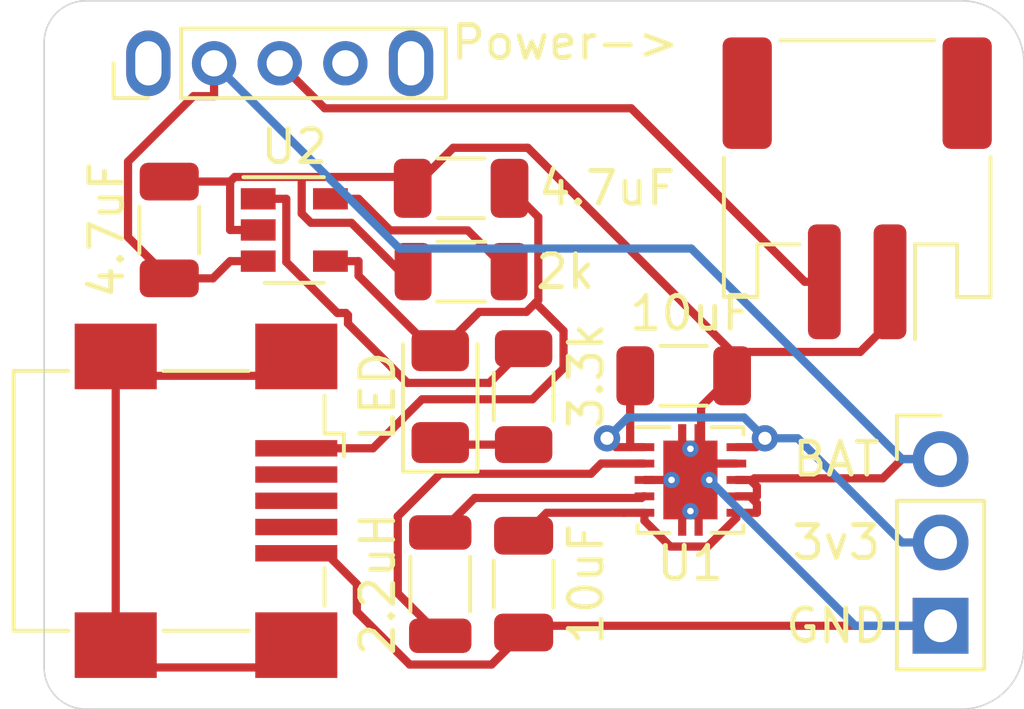
<source format=kicad_pcb>
(kicad_pcb (version 20211014) (generator pcbnew)
  (layers (0 "F.Cu" signal) (31 "B.Cu" signal) (34 "B.Paste" user) (35 "F.Paste" user) (36 "B.SilkS" user "B.Silkscreen") (37 "F.SilkS" user "F.Silkscreen") (38 "B.Mask" user) (39 "F.Mask" user) (44 "Edge.Cuts" user))
  (net 0 "")
  (net 1 "BATT")
  (net 2 "GND")
  (net 3 "+3V3")
  (net 4 "Net-(C3-Pad1)")
  (net 5 "Net-(D1-Pad1)")
  (net 6 "Net-(J1-Pad2)")
  (net 7 "Net-(J2-Pad6)")
  (net 8 "Net-(J2-Pad2)")
  (net 9 "Net-(J2-Pad3)")
  (net 10 "Net-(J2-Pad4)")
  (net 11 "Net-(L1-Pad1)")
  (net 12 "Net-(L1-Pad2)")
  (net 13 "Net-(R1-Pad1)")
  (net 14 "Net-(R2-Pad2)")
  (footprint "Capacitor_SMD:C_1206_3216Metric" (layer "F.Cu") (at 159.385 92.075 -90)
    (fp_text reference "C1" hide)
    (fp_text value "10uF" (at 0 -1.905 -90) (layer "F.SilkS"))
    (fp_line (start -0.711252 0.91) (end 0.711252 0.91) (layer "F.SilkS") (width 0.12))
    (fp_line (start -0.711252 -0.91) (end 0.711252 -0.91) (layer "F.SilkS") (width 0.12))
    (pad "1" smd roundrect locked (at -1.475 0 270) (size 1.15 1.8) (layers "F.Cu" "F.Paste" "F.Mask") (roundrect_rratio 0.2173904348) (net 1 "BATT"))
    (pad "2" smd roundrect locked (at 1.475 0 270) (size 1.15 1.8) (layers "F.Cu" "F.Paste" "F.Mask") (roundrect_rratio 0.2173904348) (net 2 "GND"))
  )
  (footprint "Capacitor_SMD:C_1206_3216Metric" (layer "F.Cu") (at 164.26 85.725)
    (fp_text reference "C2" hide)
    (fp_text value "10uF" (at 0.205 -1.905) (layer "F.SilkS"))
    (fp_line (start -0.711252 -0.91) (end 0.711252 -0.91) (layer "F.SilkS") (width 0.12))
    (fp_line (start -0.711252 0.91) (end 0.711252 0.91) (layer "F.SilkS") (width 0.12))
    (pad "1" smd roundrect locked (at -1.475 0) (size 1.15 1.8) (layers "F.Cu" "F.Paste" "F.Mask") (roundrect_rratio 0.2173904348) (net 3 "+3V3"))
    (pad "2" smd roundrect locked (at 1.475 0) (size 1.15 1.8) (layers "F.Cu" "F.Paste" "F.Mask") (roundrect_rratio 0.2173904348) (net 2 "GND"))
  )
  (footprint "Capacitor_SMD:C_1206_3216Metric" (layer "F.Cu") (at 148.59 81.28 90)
    (fp_text reference "C4" hide)
    (fp_text value "4.7uF" (at 0 -1.905 90) (layer "F.SilkS"))
    (fp_line (start -0.711252 0.91) (end 0.711252 0.91) (layer "F.SilkS") (width 0.12))
    (fp_line (start -0.711252 -0.91) (end 0.711252 -0.91) (layer "F.SilkS") (width 0.12))
    (pad "1" smd roundrect locked (at -1.475 0 90) (size 1.15 1.8) (layers "F.Cu" "F.Paste" "F.Mask") (roundrect_rratio 0.2173904348) (net 1 "BATT"))
    (pad "2" smd roundrect locked (at 1.475 0 90) (size 1.15 1.8) (layers "F.Cu" "F.Paste" "F.Mask") (roundrect_rratio 0.2173904348) (net 2 "GND"))
  )
  (footprint "LED_SMD:LED_1206_3216Metric" (layer "F.Cu") (at 156.845 86.36 90)
    (fp_text reference "D1" hide)
    (fp_text value "LED" (at 0 -1.905 90) (layer "F.SilkS"))
    (fp_line (start -2.285 1.135) (end 1.6 1.135) (layer "F.SilkS") (width 0.12))
    (fp_line (start -2.285 -1.135) (end -2.285 1.135) (layer "F.SilkS") (width 0.12))
    (fp_line (start 1.6 -1.135) (end -2.285 -1.135) (layer "F.SilkS") (width 0.12))
    (pad "1" smd roundrect locked (at -1.4 0 90) (size 1.25 1.75) (layers "F.Cu" "F.Paste" "F.Mask") (roundrect_rratio 0.2) (net 5 "Net-(D1-Pad1)"))
    (pad "2" smd roundrect locked (at 1.4 0 90) (size 1.25 1.75) (layers "F.Cu" "F.Paste" "F.Mask") (roundrect_rratio 0.2) (net 4 "Net-(C3-Pad1)"))
  )
  (footprint "Connector_USB:USB_Mini-B_Wuerth_65100516121_Horizontal" (layer "F.Cu") (at 149.86 89.535 -90)
    (fp_text reference "J2" hide)
    (fp_text value "USB_B_Mini" hide)
    (fp_line (start -3.2 -3.46) (end -2.05 -3.46) (layer "F.SilkS") (width 0.12))
    (fp_line (start -2.05 -4.05) (end -1.35 -4.05) (layer "F.SilkS") (width 0.12))
    (fp_line (start -3.96 6.01) (end 3.96 6.01) (layer "F.SilkS") (width 0.12))
    (fp_line (start -3.96 1.45) (end -3.96 -1.15) (layer "F.SilkS") (width 0.12))
    (fp_line (start -3.96 4.35) (end -3.96 6.01) (layer "F.SilkS") (width 0.12))
    (fp_line (start 3.96 6.01) (end 3.96 4.35) (layer "F.SilkS") (width 0.12))
    (fp_line (start 2.05 -3.46) (end 3.2 -3.46) (layer "F.SilkS") (width 0.12))
    (fp_line (start 3.96 -1.15) (end 3.96 1.45) (layer "F.SilkS") (width 0.12))
    (fp_line (start -2.05 -3.46) (end -2.05 -4.05) (layer "F.SilkS") (width 0.12))
    (pad "" np_thru_hole circle locked (at 2.2 0 270) (size 0.9 0.9) (drill 0.9) (layers *.Cu *.Mask))
    (pad "" np_thru_hole circle locked (at -2.2 0 270) (size 0.9 0.9) (drill 0.9) (layers *.Cu *.Mask))
    (pad "1" smd rect locked (at -1.6 -2.6 270) (size 0.5 2.5) (layers "F.Cu" "F.Paste" "F.Mask") (net 4 "Net-(C3-Pad1)"))
    (pad "2" smd rect locked (at -0.8 -2.6 270) (size 0.5 2.5) (layers "F.Cu" "F.Paste" "F.Mask") (net 8 "Net-(J2-Pad2)"))
    (pad "3" smd rect locked (at 0 -2.6 270) (size 0.5 2.5) (layers "F.Cu" "F.Paste" "F.Mask") (net 9 "Net-(J2-Pad3)"))
    (pad "4" smd rect locked (at 0.8 -2.6 270) (size 0.5 2.5) (layers "F.Cu" "F.Paste" "F.Mask") (net 10 "Net-(J2-Pad4)"))
    (pad "5" smd rect locked (at 1.6 -2.6 270) (size 0.5 2.5) (layers "F.Cu" "F.Paste" "F.Mask") (net 2 "GND"))
    (pad "6" smd rect locked (at -4.4 2.9 270) (size 2 2.5) (layers "F.Cu" "F.Paste" "F.Mask") (net 7 "Net-(J2-Pad6)"))
    (pad "6" smd rect locked (at -4.4 -2.6 270) (size 2 2.5) (layers "F.Cu" "F.Paste" "F.Mask") (net 7 "Net-(J2-Pad6)"))
    (pad "6" smd rect locked (at 4.4 -2.6 270) (size 2 2.5) (layers "F.Cu" "F.Paste" "F.Mask") (net 7 "Net-(J2-Pad6)"))
    (pad "6" smd rect locked (at 4.4 2.9 270) (size 2 2.5) (layers "F.Cu" "F.Paste" "F.Mask") (net 7 "Net-(J2-Pad6)"))
  )
  (footprint "Inductor_SMD:L_1206_3216Metric" (layer "F.Cu") (at 156.845 92.075 -90)
    (fp_text reference "L1" hide)
    (fp_text value "2.2uH" (at 0 1.905 90) (layer "F.SilkS"))
    (fp_line (start -0.835242 0.91) (end 0.835242 0.91) (layer "F.SilkS") (width 0.12))
    (fp_line (start -0.835242 -0.91) (end 0.835242 -0.91) (layer "F.SilkS") (width 0.12))
    (pad "1" smd roundrect locked (at -1.575 0 270) (size 1.05 1.9) (layers "F.Cu" "F.Paste" "F.Mask") (roundrect_rratio 0.2380942857) (net 11 "Net-(L1-Pad1)"))
    (pad "2" smd roundrect locked (at 1.575 0 270) (size 1.05 1.9) (layers "F.Cu" "F.Paste" "F.Mask") (roundrect_rratio 0.2380942857) (net 12 "Net-(L1-Pad2)"))
  )
  (footprint "Resistor_SMD:R_1206_3216Metric" (layer "F.Cu") (at 159.385 86.36 -90)
    (fp_text reference "R1" hide)
    (fp_text value "3.3k" (at -0.635 -1.905 90) (layer "F.SilkS"))
    (fp_line (start -0.727064 -0.91) (end 0.727064 -0.91) (layer "F.SilkS") (width 0.12))
    (fp_line (start -0.727064 0.91) (end 0.727064 0.91) (layer "F.SilkS") (width 0.12))
    (pad "1" smd roundrect locked (at -1.4625 0 270) (size 1.125 1.75) (layers "F.Cu" "F.Paste" "F.Mask") (roundrect_rratio 0.2222213333) (net 13 "Net-(R1-Pad1)"))
    (pad "2" smd roundrect locked (at 1.4625 0 270) (size 1.125 1.75) (layers "F.Cu" "F.Paste" "F.Mask") (roundrect_rratio 0.2222213333) (net 5 "Net-(D1-Pad1)"))
  )
  (footprint "Package_SON:Texas_DRC0010J_ThermalVias" (layer "F.Cu") (at 164.465 88.9)
    (fp_text reference "U1" (at 0 2.54) (layer "F.SilkS"))
    (fp_text value "TPS63001" hide)
    (fp_line (start -1.61 1.61) (end -0.635 1.61) (layer "F.SilkS") (width 0.12))
    (fp_line (start 1.61 -1.61) (end 1.61 -1.38) (layer "F.SilkS") (width 0.12))
    (fp_line (start 0.635 -1.61) (end 1.61 -1.61) (layer "F.SilkS") (width 0.12))
    (fp_line (start 0.635 1.61) (end 1.61 1.61) (layer "F.SilkS") (width 0.12))
    (fp_line (start 1.61 1.38) (end 1.61 1.61) (layer "F.SilkS") (width 0.12))
    (fp_line (start -1.61 1.38) (end -1.61 1.61) (layer "F.SilkS") (width 0.12))
    (fp_line (start -1.64 -1.61) (end -0.635 -1.61) (layer "F.SilkS") (width 0.12))
    (pad "1" smd rect locked (at -1.4 -1) (size 0.6 0.24) (layers "F.Cu" "F.Paste" "F.Mask") (net 3 "+3V3"))
    (pad "2" smd rect locked (at -1.4 -0.5) (size 0.6 0.24) (layers "F.Cu" "F.Paste" "F.Mask") (net 12 "Net-(L1-Pad2)"))
    (pad "3" smd rect locked (at -1.4 0) (size 0.6 0.24) (layers "F.Cu" "F.Paste" "F.Mask") (net 2 "GND"))
    (pad "4" smd rect locked (at -1.4 0.5) (size 0.6 0.24) (layers "F.Cu" "F.Paste" "F.Mask") (net 11 "Net-(L1-Pad1)"))
    (pad "5" smd rect locked (at -1.4 1) (size 0.6 0.24) (layers "F.Cu" "F.Paste" "F.Mask") (net 1 "BATT"))
    (pad "6" smd rect locked (at 1.4 1) (size 0.6 0.24) (layers "F.Cu" "F.Paste" "F.Mask") (net 1 "BATT"))
    (pad "7" smd rect locked (at 1.4 0.5) (size 0.6 0.24) (layers "F.Cu" "F.Paste" "F.Mask") (net 1 "BATT"))
    (pad "8" smd rect locked (at 1.4 0) (size 0.6 0.24) (layers "F.Cu" "F.Paste" "F.Mask") (net 1 "BATT"))
    (pad "9" smd rect locked (at 1.4 -0.5) (size 0.6 0.24) (layers "F.Cu" "F.Paste" "F.Mask") (net 2 "GND"))
    (pad "10" smd rect locked (at 1.4 -1) (size 0.6 0.24) (layers "F.Cu" "F.Paste" "F.Mask") (net 3 "+3V3"))
    (pad "11" thru_hole circle locked (at 0 -0.95) (size 0.5 0.5) (drill 0.2) (layers *.Cu) (net 2 "GND"))
    (pad "11" smd custom locked (at 0 0) (size 1.65 2.4) (layers "F.Cu" "F.Mask") (net 2 "GND") (options (clearance outline) (anchor rect)) (primitives (gr_poly (pts (xy -0.125 -1.1) (xy 0.125 -1.1) (xy 0.125 -1.7) (xy 0.375 -1.7) (xy 0.375 1.7) (xy 0.125 1.7) (xy 0.125 1.1) (xy -0.125 1.1) (xy -0.125 1.7) (xy -0.375 1.7) (xy -0.375 -1.7) (xy -0.125 -1.7)) (width 0) (fill yes))))
    (pad "11" thru_hole circle locked (at 0 0.95) (size 0.5 0.5) (drill 0.2) (layers *.Cu) (net 2 "GND"))
    (pad "11" thru_hole circle locked (at -0.575 0) (size 0.5 0.5) (drill 0.2) (layers *.Cu) (net 2 "GND"))
    (pad "11" thru_hole circle locked (at 0.575 0) (size 0.5 0.5) (drill 0.2) (layers *.Cu) (net 2 "GND"))
  )
  (footprint "Package_TO_SOT_SMD:SOT-23-5" (layer "F.Cu") (at 152.4 81.28)
    (fp_text reference "U2" (at 0 -2.54) (layer "F.SilkS"))
    (fp_text value "MCP73831-2-OT" hide)
    (fp_line (start 0.9 -1.61) (end -1.55 -1.61) (layer "F.SilkS") (width 0.12))
    (fp_line (start -0.9 1.61) (end 0.9 1.61) (layer "F.SilkS") (width 0.12))
    (pad "1" smd rect locked (at -1.1 -0.95) (size 1.06 0.65) (layers "F.Cu" "F.Paste" "F.Mask") (net 13 "Net-(R1-Pad1)"))
    (pad "2" smd rect locked (at -1.1 0) (size 1.06 0.65) (layers "F.Cu" "F.Paste" "F.Mask") (net 2 "GND"))
    (pad "3" smd rect locked (at -1.1 0.95) (size 1.06 0.65) (layers "F.Cu" "F.Paste" "F.Mask") (net 1 "BATT"))
    (pad "4" smd rect locked (at 1.1 0.95) (size 1.06 0.65) (layers "F.Cu" "F.Paste" "F.Mask") (net 4 "Net-(C3-Pad1)"))
    (pad "5" smd rect locked (at 1.1 -0.95) (size 1.06 0.65) (layers "F.Cu" "F.Paste" "F.Mask") (net 14 "Net-(R2-Pad2)"))
  )
  (footprint "Connector_PinHeader_2.54mm:PinHeader_1x03_P2.54mm_Vertical" (layer "F.Cu") (at 172.085 88.265)
    (fp_text reference "J3" hide)
    (fp_text value "Output" hide)
    (fp_line (start -1.33 1.27) (end -1.33 6.41) (layer "F.SilkS") (width 0.12))
    (fp_line (start -1.33 6.41) (end 1.33 6.41) (layer "F.SilkS") (width 0.12))
    (fp_line (start -1.33 -1.33) (end 0 -1.33) (layer "F.SilkS") (width 0.12))
    (fp_line (start 1.33 1.27) (end 1.33 6.41) (layer "F.SilkS") (width 0.12))
    (fp_line (start -1.33 0) (end -1.33 -1.33) (layer "F.SilkS") (width 0.12))
    (fp_line (start -1.33 1.27) (end 1.33 1.27) (layer "F.SilkS") (width 0.12))
    (pad "1" thru_hole oval locked (at 0 0) (size 1.7 1.7) (drill 1) (layers *.Cu *.Mask) (net 1 "BATT"))
    (pad "2" thru_hole oval locked (at 0 2.54) (size 1.7 1.7) (drill 1) (layers *.Cu *.Mask) (net 3 "+3V3"))
    (pad "3" thru_hole rect locked (at 0 5.08) (size 1.7 1.7) (drill 1) (layers *.Cu *.Mask) (net 2 "GND"))
  )
  (footprint "SnapEDA Library:3pin_switch" (layer "F.Cu") (at 147.955 76.2 90)
    (fp_text reference "SW1" hide)
    (fp_text value "Power->" (at 0.635 12.7 180) (layer "F.SilkS"))
    (fp_line (start -1.06 -1.06) (end 0 -1.06) (layer "F.SilkS") (width 0.12))
    (fp_line (start -1.06 1) (end 1.06 1) (layer "F.SilkS") (width 0.12))
    (fp_line (start -1.06 1) (end -1.06 9.06) (layer "F.SilkS") (width 0.12))
    (fp_line (start 1.06 1) (end 1.06 9.06) (layer "F.SilkS") (width 0.12))
    (fp_line (start -1.06 0) (end -1.06 -1.06) (layer "F.SilkS") (width 0.12))
    (fp_line (start -1.06 9.06) (end 1.06 9.06) (layer "F.SilkS") (width 0.12))
    (pad "1" thru_hole circle locked (at 0 4 90) (size 1.35 1.35) (drill 0.8) (layers *.Cu *.Mask) (net 6 "Net-(J1-Pad2)"))
    (pad "2" thru_hole oval locked (at 0 2 90) (size 1.35 1.35) (drill 0.8) (layers *.Cu *.Mask) (net 1 "BATT"))
    (pad "3" thru_hole oval locked (at 0 0 90) (size 2 1.35) (drill oval 1.35 0.8) (layers *.Cu *.Mask))
    (pad "4" thru_hole oval locked (at 0 6 90) (size 1.35 1.35) (drill 0.8) (layers *.Cu *.Mask))
    (pad "5" thru_hole oval locked (at 0 8 90) (size 2 1.35) (drill oval 1.35 0.8) (layers *.Cu *.Mask))
  )
  (footprint "Resistor_SMD:R_1206_3216Metric" (layer "F.Cu") (at 157.48 82.55)
    (fp_text reference "R2" hide)
    (fp_text value "2k" (at 3.175 0) (layer "F.SilkS"))
    (fp_line (start -0.727064 0.91) (end 0.727064 0.91) (layer "F.SilkS") (width 0.12))
    (fp_line (start -0.727064 -0.91) (end 0.727064 -0.91) (layer "F.SilkS") (width 0.12))
    (pad "1" smd roundrect locked (at -1.4625 0) (size 1.125 1.75) (layers "F.Cu" "F.Paste" "F.Mask") (roundrect_rratio 0.2222213333) (net 2 "GND"))
    (pad "2" smd roundrect locked (at 1.4625 0) (size 1.125 1.75) (layers "F.Cu" "F.Paste" "F.Mask") (roundrect_rratio 0.2222213333) (net 14 "Net-(R2-Pad2)"))
  )
  (footprint "Capacitor_SMD:C_1206_3216Metric" (layer "F.Cu") (at 157.48 80.01 180)
    (fp_text reference "C3" hide)
    (fp_text value "4.7uF" (at -4.445 0 180) (layer "F.SilkS"))
    (fp_line (start -0.711252 -0.91) (end 0.711252 -0.91) (layer "F.SilkS") (width 0.12))
    (fp_line (start -0.711252 0.91) (end 0.711252 0.91) (layer "F.SilkS") (width 0.12))
    (pad "1" smd roundrect locked (at -1.475 0 180) (size 1.15 1.8) (layers "F.Cu" "F.Paste" "F.Mask") (roundrect_rratio 0.2173904348) (net 4 "Net-(C3-Pad1)"))
    (pad "2" smd roundrect locked (at 1.475 0 180) (size 1.15 1.8) (layers "F.Cu" "F.Paste" "F.Mask") (roundrect_rratio 0.2173904348) (net 2 "GND"))
  )
  (footprint "Connector_JST:JST_PH_S2B-PH-SM4-TB_1x02-1MP_P2.00mm_Horizontal" (layer "F.Cu") (at 169.545 80.01 180)
    (fp_text reference "J1" hide)
    (fp_text value "BATT" hide)
    (fp_line (start -4.06 0.94) (end -4.06 -3.31) (layer "F.SilkS") (width 0.12))
    (fp_line (start -4.06 -3.31) (end -3.04 -3.31) (layer "F.SilkS") (width 0.12))
    (fp_line (start -3.04 -1.71) (end -1.76 -1.71) (layer "F.SilkS") (width 0.12))
    (fp_line (start 3.04 -1.71) (end 1.76 -1.71) (layer "F.SilkS") (width 0.12))
    (fp_line (start -2.34 4.51) (end 2.34 4.51) (layer "F.SilkS") (width 0.12))
    (fp_line (start -1.76 -1.71) (end -1.76 -4.6) (layer "F.SilkS") (width 0.12))
    (fp_line (start 4.06 0.94) (end 4.06 -3.31) (layer "F.SilkS") (width 0.12))
    (fp_line (start -3.04 -3.31) (end -3.04 -1.71) (layer "F.SilkS") (width 0.12))
    (fp_line (start 4.06 -3.31) (end 3.04 -3.31) (layer "F.SilkS") (width 0.12))
    (fp_line (start 3.04 -3.31) (end 3.04 -1.71) (layer "F.SilkS") (width 0.12))
    (pad "1" smd roundrect locked (at -1 -2.85 180) (size 1 3.5) (layers "F.Cu" "F.Paste" "F.Mask") (net 2 "GND"))
    (pad "2" smd roundrect locked (at 1 -2.85 180) (size 1 3.5) (layers "F.Cu" "F.Paste" "F.Mask") (net 6 "Net-(J1-Pad2)"))
    (pad "MP" smd roundrect locked (at 3.35 2.9 180) (size 1.5 3.4) (layers "F.Cu" "F.Paste" "F.Mask") (roundrect_rratio 0.1666666667))
    (pad "MP" smd roundrect locked (at -3.35 2.9 180) (size 1.5 3.4) (layers "F.Cu" "F.Paste" "F.Mask") (roundrect_rratio 0.1666666667))
  )
  (gr_line (start 144.78 94.615) (end 144.78 75.565) (layer "Edge.Cuts") (width 0.05))
  (gr_line (start 146.05 74.295) (end 172.72 74.295) (layer "Edge.Cuts") (width 0.05))
  (gr_arc (start 144.78 75.565) (mid 145.151974 74.666974) (end 146.05 74.295) (layer "Edge.Cuts") (width 0.05))
  (gr_arc (start 172.72 74.295) (mid 174.067038 74.852962) (end 174.625 76.2) (layer "Edge.Cuts") (width 0.05))
  (gr_arc (start 174.625 93.98) (mid 174.067038 95.327038) (end 172.72 95.885) (layer "Edge.Cuts") (width 0.05))
  (gr_arc (start 146.05 95.885) (mid 145.151974 95.513026) (end 144.78 94.615) (layer "Edge.Cuts") (width 0.05))
  (gr_line (start 172.72 95.885) (end 146.05 95.885) (layer "Edge.Cuts") (width 0.05))
  (gr_line (start 174.625 76.2) (end 174.625 93.98) (layer "Edge.Cuts") (width 0.05))
  (gr_text "3v3" (at 168.91 90.805) (layer "F.SilkS") (effects (font (size 1 1))))
  (gr_text "GND" (at 168.91 93.345) (layer "F.SilkS") (effects (font (size 1 1))))
  (gr_text "BAT" (at 168.91 88.265) (layer "F.SilkS") (effects (font (size 1 1))))
  (segment (start 166.3471 88.9547) (end 166.4903 89.0979) (width 0.25) (layer "F.Cu") (net 1))
  (segment (start 166.2793 89.4) (end 166.4903 89.4) (width 0.25) (layer "F.Cu") (net 1))
  (segment (start 147.3347 79.1954) (end 149.3298 77.2003) (width 0.25) (layer "F.Cu") (net 1))
  (segment (start 165.865 89.9) (end 166.4903 89.9) (width 0.25) (layer "F.Cu") (net 1))
  (segment (start 165.865 90.0563) (end 164.9917 90.9296) (width 0.25) (layer "F.Cu") (net 1))
  (segment (start 166.2793 89.4) (end 166.4903 89.611) (width 0.25) (layer "F.Cu") (net 1))
  (segment (start 165.865 89.4) (end 166.1777 89.4) (width 0.25) (layer "F.Cu") (net 1))
  (segment (start 165.865 88.9) (end 166.3313 88.9) (width 0.25) (layer "F.Cu") (net 1))
  (segment (start 163.065 90.1418) (end 163.065 89.9) (width 0.25) (layer "F.Cu") (net 1))
  (segment (start 163.8528 90.9296) (end 163.065 90.1418) (width 0.25) (layer "F.Cu") (net 1))
  (segment (start 166.3471 88.9159) (end 166.3471 88.9547) (width 0.25) (layer "F.Cu") (net 1))
  (segment (start 172.085 88.265) (end 170.9097 88.265) (width 0.25) (layer "F.Cu") (net 1))
  (segment (start 170.3243 88.8504) (end 166.4126 88.8504) (width 0.25) (layer "F.Cu") (net 1))
  (segment (start 164.9917 90.9296) (end 163.8528 90.9296) (width 0.25) (layer "F.Cu") (net 1))
  (segment (start 160.085 89.9) (end 159.385 90.6) (width 0.25) (layer "F.Cu") (net 1))
  (segment (start 170.9097 88.265) (end 170.3243 88.8504) (width 0.25) (layer "F.Cu") (net 1))
  (segment (start 149.955 76.2) (end 149.955 77.2003) (width 0.25) (layer "F.Cu") (net 1))
  (segment (start 163.065 89.9) (end 162.4397 89.9) (width 0.25) (layer "F.Cu") (net 1))
  (segment (start 147.3347 81.4997) (end 147.3347 79.1954) (width 0.25) (layer "F.Cu") (net 1))
  (segment (start 149.9197 82.755) (end 148.59 82.755) (width 0.25) (layer "F.Cu") (net 1))
  (segment (start 166.3472 88.9158) (end 166.3471 88.9159) (width 0.25) (layer "F.Cu") (net 1))
  (segment (start 162.4397 89.9) (end 160.085 89.9) (width 0.25) (layer "F.Cu") (net 1))
  (segment (start 166.4903 89.0979) (end 166.4903 89.4) (width 0.25) (layer "F.Cu") (net 1))
  (segment (start 166.3472 88.9158) (end 166.3313 88.9) (width 0.25) (layer "F.Cu") (net 1))
  (segment (start 148.59 82.755) (end 147.3347 81.4997) (width 0.25) (layer "F.Cu") (net 1))
  (segment (start 166.4903 89.611) (end 166.4903 89.9) (width 0.25) (layer "F.Cu") (net 1))
  (segment (start 151.3 82.23) (end 150.4447 82.23) (width 0.25) (layer "F.Cu") (net 1))
  (segment (start 149.3298 77.2003) (end 149.955 77.2003) (width 0.25) (layer "F.Cu") (net 1))
  (segment (start 166.4126 88.8504) (end 166.3472 88.9158) (width 0.25) (layer "F.Cu") (net 1))
  (segment (start 165.865 89.9) (end 165.865 90.0563) (width 0.25) (layer "F.Cu") (net 1))
  (segment (start 166.1777 89.4) (end 166.2793 89.4) (width 0.25) (layer "F.Cu") (net 1))
  (segment (start 150.4447 82.23) (end 149.9197 82.755) (width 0.25) (layer "F.Cu") (net 1))
  (segment (start 172.085 88.265) (end 170.9097 88.265) (width 0.25) (layer "B.Cu") (net 1))
  (segment (start 155.6016 81.8466) (end 164.4913 81.8466) (width 0.25) (layer "B.Cu") (net 1))
  (segment (start 149.955 76.2) (end 155.6016 81.8466) (width 0.25) (layer "B.Cu") (net 1))
  (segment (start 164.4913 81.8466) (end 170.9097 88.265) (width 0.25) (layer "B.Cu") (net 1))
  (segment (start 165.735 84.9971) (end 169.6379 84.9971) (width 0.25) (layer "F.Cu") (net 2))
  (segment (start 163.89 88.9) (end 163.065 88.9) (width 0.25) (layer "F.Cu") (net 2))
  (segment (start 165.04 88.9) (end 165.04 88.5997) (width 0.25) (layer "F.Cu") (net 2))
  (segment (start 152.6252 79.6633) (end 152.6252 80.7807) (width 0.25) (layer "F.Cu") (net 2))
  (segment (start 154.305 92.075) (end 153.365 91.135) (width 0.25) (layer "F.Cu") (net 2))
  (segment (start 164.7897 86.6703) (end 164.7897 87.95) (width 0.25) (layer "F.Cu") (net 2))
  (segment (start 164.465 88.9) (end 163.89 88.9) (width 0.25) (layer "F.Cu") (net 2))
  (segment (start 165.04 88.9) (end 164.465 88.9) (width 0.25) (layer "F.Cu") (net 2))
  (segment (start 153.365 91.135) (end 152.46 91.135) (width 0.25) (layer "F.Cu") (net 2))
  (segment (start 155.9143 94.5266) (end 154.305 92.9173) (width 0.25) (layer "F.Cu") (net 2))
  (segment (start 159.59 93.345) (end 159.385 93.55) (width 0.25) (layer "F.Cu") (net 2))
  (segment (start 164.465 88.9) (end 164.465 89.85) (width 0.25) (layer "F.Cu") (net 2))
  (segment (start 170.545 84.09) (end 170.545 82.86) (width 0.25) (layer "F.Cu") (net 2))
  (segment (start 172.085 93.345) (end 170.9097 93.345) (width 0.25) (layer "F.Cu") (net 2))
  (segment (start 164.465 87.95) (end 164.7897 87.95) (width 0.25) (layer "F.Cu") (net 2))
  (segment (start 150.5865 79.6633) (end 152.6252 79.6633) (width 0.25) (layer "F.Cu") (net 2))
  (segment (start 152.6252 80.7807) (end 152.906 81.0615) (width 0.25) (layer "F.Cu") (net 2))
  (segment (start 154.1368 81.0615) (end 155.6253 82.55) (width 0.25) (layer "F.Cu") (net 2))
  (segment (start 154.305 92.9173) (end 154.305 92.075) (width 0.25) (layer "F.Cu") (net 2))
  (segment (start 164.7897 87.95) (end 165.2397 88.4) (width 0.25) (layer "F.Cu") (net 2))
  (segment (start 165.735 85.725) (end 164.7897 86.6703) (width 0.25) (layer "F.Cu") (net 2))
  (segment (start 157.2405 78.7745) (end 159.5124 78.7745) (width 0.25) (layer "F.Cu") (net 2))
  (segment (start 155.6583 79.6633) (end 156.005 80.01) (width 0.25) (layer "F.Cu") (net 2))
  (segment (start 150.4447 79.8051) (end 150.5865 79.6633) (width 0.25) (layer "F.Cu") (net 2))
  (segment (start 165.04 88.5997) (end 165.2397 88.4) (width 0.25) (layer "F.Cu") (net 2))
  (segment (start 158.4084 94.5266) (end 155.9143 94.5266) (width 0.25) (layer "F.Cu") (net 2))
  (segment (start 159.385 93.55) (end 158.4084 94.5266) (width 0.25) (layer "F.Cu") (net 2))
  (segment (start 156.005 80.01) (end 157.2405 78.7745) (width 0.25) (layer "F.Cu") (net 2))
  (segment (start 151.3 81.28) (end 150.4447 81.28) (width 0.25) (layer "F.Cu") (net 2))
  (segment (start 169.6379 84.9971) (end 170.545 84.09) (width 0.25) (layer "F.Cu") (net 2))
  (segment (start 150.4446 79.805) (end 148.59 79.805) (width 0.25) (layer "F.Cu") (net 2))
  (segment (start 150.4447 79.8051) (end 150.4446 79.805) (width 0.25) (layer "F.Cu") (net 2))
  (segment (start 150.4447 81.28) (end 150.4447 79.8051) (width 0.25) (layer "F.Cu") (net 2))
  (segment (start 165.735 84.9971) (end 165.735 85.725) (width 0.25) (layer "F.Cu") (net 2))
  (segment (start 152.6252 79.6633) (end 155.6583 79.6633) (width 0.25) (layer "F.Cu") (net 2))
  (segment (start 155.6253 82.55) (end 156.0175 82.55) (width 0.25) (layer "F.Cu") (net 2))
  (segment (start 159.5124 78.7745) (end 165.735 84.9971) (width 0.25) (layer "F.Cu") (net 2))
  (segment (start 152.906 81.0615) (end 154.1368 81.0615) (width 0.25) (layer "F.Cu") (net 2))
  (segment (start 165.865 88.4) (end 165.2397 88.4) (width 0.25) (layer "F.Cu") (net 2))
  (segment (start 170.9097 93.345) (end 159.59 93.345) (width 0.25) (layer "F.Cu") (net 2))
  (segment (start 165.04 88.9) (end 169.485 93.345) (width 0.25) (layer "B.Cu") (net 2))
  (segment (start 169.485 93.345) (end 172.085 93.345) (width 0.25) (layer "B.Cu") (net 2))
  (segment (start 162.195 87.9) (end 161.925 87.63) (width 0.25) (layer "F.Cu") (net 3))
  (segment (start 162.63 87.9) (end 162.63 85.88) (width 0.25) (layer "F.Cu") (net 3))
  (segment (start 165.865 87.9) (end 166.465 87.9) (width 0.25) (layer "F.Cu") (net 3))
  (segment (start 162.63 85.88) (end 162.785 85.725) (width 0.25) (layer "F.Cu") (net 3))
  (segment (start 166.465 87.9) (end 166.735 87.63) (width 0.25) (layer "F.Cu") (net 3))
  (segment (start 162.63 87.9) (end 162.195 87.9) (width 0.25) (layer "F.Cu") (net 3))
  (segment (start 163.065 87.9) (end 162.63 87.9) (width 0.25) (layer "F.Cu") (net 3))
  (via (at 166.735 87.63) (size 0.8) (drill 0.4) (layers "F.Cu" "B.Cu") (net 3))
  (via (at 161.925 87.63) (size 0.8) (drill 0.4) (layers "F.Cu" "B.Cu") (net 3))
  (segment (start 166.735 87.63) (end 167.7347 87.63) (width 0.25) (layer "B.Cu") (net 3))
  (segment (start 162.56 86.995) (end 166.1 86.995) (width 0.25) (layer "B.Cu") (net 3))
  (segment (start 161.925 87.63) (end 162.56 86.995) (width 0.25) (layer "B.Cu") (net 3))
  (segment (start 167.7347 87.63) (end 170.9097 90.805) (width 0.25) (layer "B.Cu") (net 3))
  (segment (start 172.085 90.805) (end 170.9097 90.805) (width 0.25) (layer "B.Cu") (net 3))
  (segment (start 166.1 86.995) (end 166.735 87.63) (width 0.25) (layer "B.Cu") (net 3))
  (segment (start 158.0285 83.7765) (end 159.4724 83.7765) (width 0.25) (layer "F.Cu") (net 4))
  (segment (start 159.7475 83.5014) (end 159.8317 83.4172) (width 0.25) (layer "F.Cu") (net 4))
  (segment (start 156.64 84.96) (end 156.845 84.96) (width 0.25) (layer "F.Cu") (net 4))
  (segment (start 154.3553 82.23) (end 154.3553 82.6753) (width 0.25) (layer "F.Cu") (net 4))
  (segment (start 159.8317 83.4172) (end 159.8317 80.8867) (width 0.25) (layer "F.Cu") (net 4))
  (segment (start 159.4724 83.7765) (end 159.7475 83.5014) (width 0.25) (layer "F.Cu") (net 4))
  (segment (start 159.8317 80.8867) (end 158.955 80.01) (width 0.25) (layer "F.Cu") (net 4))
  (segment (start 160.6006 85.4931) (end 159.6527 86.441) (width 0.25) (layer "F.Cu") (net 4))
  (segment (start 156.291 86.441) (end 154.797 87.935) (width 0.25) (layer "F.Cu") (net 4))
  (segment (start 153.5 82.23) (end 154.3553 82.23) (width 0.25) (layer "F.Cu") (net 4))
  (segment (start 160.6006 84.3545) (end 160.6006 85.4931) (width 0.25) (layer "F.Cu") (net 4))
  (segment (start 154.797 87.935) (end 152.46 87.935) (width 0.25) (layer "F.Cu") (net 4))
  (segment (start 154.3553 82.6753) (end 156.64 84.96) (width 0.25) (layer "F.Cu") (net 4))
  (segment (start 156.845 84.96) (end 158.0285 83.7765) (width 0.25) (layer "F.Cu") (net 4))
  (segment (start 159.7475 83.5014) (end 160.6006 84.3545) (width 0.25) (layer "F.Cu") (net 4))
  (segment (start 159.6527 86.441) (end 156.291 86.441) (width 0.25) (layer "F.Cu") (net 4))
  (segment (start 156.9075 87.8225) (end 156.845 87.76) (width 0.25) (layer "F.Cu") (net 5))
  (segment (start 159.385 87.8225) (end 156.9075 87.8225) (width 0.25) (layer "F.Cu") (net 5))
  (segment (start 167.95 82.86) (end 168.545 82.86) (width 0.25) (layer "F.Cu") (net 6))
  (segment (start 162.6611 77.5711) (end 167.95 82.86) (width 0.25) (layer "F.Cu") (net 6))
  (segment (start 153.3261 77.5711) (end 162.6611 77.5711) (width 0.25) (layer "F.Cu") (net 6))
  (segment (start 151.955 76.2) (end 153.3261 77.5711) (width 0.25) (layer "F.Cu") (net 6))
  (segment (start 146.96 94.615) (end 151.915 94.615) (width 0.25) (layer "F.Cu") (net 7))
  (segment (start 151.825 85.725) (end 146.96 85.725) (width 0.25) (layer "F.Cu") (net 7))
  (segment (start 146.96 85.725) (end 146.96 94.615) (width 0.25) (layer "F.Cu") (net 7))
  (segment (start 163.065 89.4) (end 163.028 89.4) (width 0.25) (layer "F.Cu") (net 11))
  (segment (start 162.9784 89.4496) (end 163.028 89.4) (width 0.2398) (layer "F.Cu") (net 11))
  (segment (start 157.8954 89.4496) (end 156.845 90.5) (width 0.25) (layer "F.Cu") (net 11))
  (segment (start 162.978 89.4496) (end 162.9784 89.4496) (width 0.2398) (layer "F.Cu") (net 11))
  (segment (start 162.978 89.4496) (end 157.8954 89.4496) (width 0.25) (layer "F.Cu") (net 11))
  (segment (start 161.7451 88.4) (end 161.4337 88.7114) (width 0.25) (layer "F.Cu") (net 12))
  (segment (start 156.8439 88.7114) (end 155.5516 90.0037) (width 0.25) (layer "F.Cu") (net 12))
  (segment (start 155.5516 92.3566) (end 156.845 93.65) (width 0.25) (layer "F.Cu") (net 12))
  (segment (start 163.065 88.4) (end 161.7451 88.4) (width 0.25) (layer "F.Cu") (net 12))
  (segment (start 161.4337 88.7114) (end 156.8439 88.7114) (width 0.25) (layer "F.Cu") (net 12))
  (segment (start 155.5516 90.0037) (end 155.5516 92.3566) (width 0.25) (layer "F.Cu") (net 12))
  (segment (start 151.3 80.33) (end 152.1553 80.33) (width 0.25) (layer "F.Cu") (net 13))
  (segment (start 152.1553 82.2552) (end 153.710099 83.809999) (width 0.25) (layer "F.Cu") (net 13))
  (segment (start 155.8418 85.9417) (end 158.3408 85.9417) (width 0.25) (layer "F.Cu") (net 13))
  (segment (start 153.710099 83.809999) (end 153.970001 83.809999) (width 0.25) (layer "F.Cu") (net 13))
  (segment (start 158.3408 85.9417) (end 159.385 84.8975) (width 0.25) (layer "F.Cu") (net 13))
  (segment (start 154.035001 84.134901) (end 155.8418 85.9417) (width 0.25) (layer "F.Cu") (net 13))
  (segment (start 152.1553 80.33) (end 152.1553 82.2552) (width 0.25) (layer "F.Cu") (net 13))
  (segment (start 153.970001 83.809999) (end 154.035001 83.874999) (width 0.25) (layer "F.Cu") (net 13))
  (segment (start 154.035001 83.874999) (end 154.035001 84.134901) (width 0.25) (layer "F.Cu") (net 13))
  (segment (start 157.685 81.2925) (end 158.9425 82.55) (width 0.25) (layer "F.Cu") (net 14))
  (segment (start 154.3553 80.33) (end 155.3178 81.2925) (width 0.25) (layer "F.Cu") (net 14))
  (segment (start 155.3178 81.2925) (end 157.685 81.2925) (width 0.25) (layer "F.Cu") (net 14))
  (segment (start 153.5 80.33) (end 154.3553 80.33) (width 0.25) (layer "F.Cu") (net 14))
)
</source>
